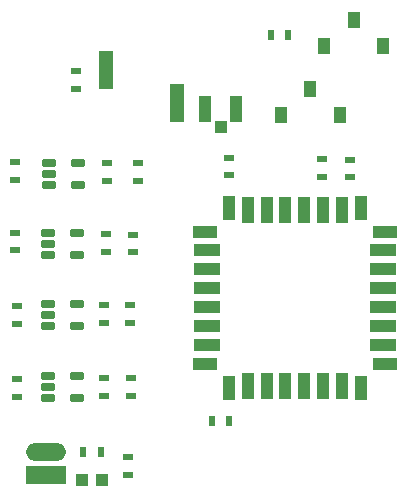
<source format=gbp>
G04*
G04 #@! TF.GenerationSoftware,Altium Limited,Altium Designer,22.7.1 (60)*
G04*
G04 Layer_Color=128*
%FSLAX44Y44*%
%MOMM*%
G71*
G04*
G04 #@! TF.SameCoordinates,445EDDF3-7DE9-4779-8E76-6141CBC7C01E*
G04*
G04*
G04 #@! TF.FilePolarity,Positive*
G04*
G01*
G75*
%ADD24R,0.6000X0.9000*%
%ADD25R,0.9000X0.6000*%
%ADD28R,1.0000X1.4000*%
%ADD71R,1.2700X3.3000*%
%ADD72R,1.0000X1.0500*%
%ADD73R,1.0500X2.2000*%
%ADD74R,3.4000X1.5000*%
G04:AMPARAMS|DCode=75|XSize=0.67mm|YSize=1.17mm|CornerRadius=0.0402mm|HoleSize=0mm|Usage=FLASHONLY|Rotation=90.000|XOffset=0mm|YOffset=0mm|HoleType=Round|Shape=RoundedRectangle|*
%AMROUNDEDRECTD75*
21,1,0.6700,1.0896,0,0,90.0*
21,1,0.5896,1.1700,0,0,90.0*
1,1,0.0804,0.5448,0.2948*
1,1,0.0804,0.5448,-0.2948*
1,1,0.0804,-0.5448,-0.2948*
1,1,0.0804,-0.5448,0.2948*
%
%ADD75ROUNDEDRECTD75*%
%ADD76R,1.0000X2.0000*%
%ADD77R,2.0000X1.0000*%
%ADD78R,2.3000X1.0000*%
%ADD79R,1.0000X2.3000*%
%ADD80O,3.4000X1.5000*%
%ADD81R,1.1000X1.0000*%
D24*
X271500Y493000D02*
D03*
X127500Y140000D02*
D03*
X286500Y493000D02*
D03*
X221500Y166000D02*
D03*
X236500D02*
D03*
X112500Y140000D02*
D03*
D25*
X153000Y202500D02*
D03*
Y187500D02*
D03*
X107000Y462500D02*
D03*
Y447500D02*
D03*
X151000Y135500D02*
D03*
X339000Y387500D02*
D03*
X315000Y388000D02*
D03*
X159000Y369500D02*
D03*
X133000D02*
D03*
X155000Y309000D02*
D03*
X132000Y309500D02*
D03*
X152000Y249500D02*
D03*
X130000D02*
D03*
Y187500D02*
D03*
X236000Y389000D02*
D03*
Y374000D02*
D03*
X315000Y373000D02*
D03*
X339000Y372500D02*
D03*
X155000Y324000D02*
D03*
X132000Y324500D02*
D03*
X152000Y264500D02*
D03*
X130000D02*
D03*
Y202500D02*
D03*
X159000Y384500D02*
D03*
X133000D02*
D03*
X55000Y370500D02*
D03*
Y385500D02*
D03*
Y310500D02*
D03*
Y325500D02*
D03*
X57000Y248500D02*
D03*
Y263500D02*
D03*
X57000Y186500D02*
D03*
Y201500D02*
D03*
X151000Y120500D02*
D03*
D28*
X317000Y484000D02*
D03*
X367000D02*
D03*
X342000Y506000D02*
D03*
X280000Y425000D02*
D03*
X330000D02*
D03*
X305000Y447000D02*
D03*
D71*
X132400Y462900D02*
D03*
X192000Y435000D02*
D03*
D72*
X229000Y414750D02*
D03*
D73*
X242250Y430000D02*
D03*
X215750D02*
D03*
D74*
X81000Y120000D02*
D03*
D75*
X83800Y375000D02*
D03*
X82800Y316000D02*
D03*
Y256000D02*
D03*
Y195000D02*
D03*
X108200Y384400D02*
D03*
X83800D02*
D03*
Y365600D02*
D03*
X108200D02*
D03*
X107200Y325400D02*
D03*
X82800D02*
D03*
Y306600D02*
D03*
X107200D02*
D03*
Y265400D02*
D03*
X82800D02*
D03*
Y246600D02*
D03*
X107200D02*
D03*
Y204400D02*
D03*
X82800D02*
D03*
Y185600D02*
D03*
X107200D02*
D03*
D76*
X236000Y346500D02*
D03*
X348000D02*
D03*
X236000Y194500D02*
D03*
X348000D02*
D03*
D77*
X216000Y326500D02*
D03*
Y214500D02*
D03*
X368000D02*
D03*
Y326500D02*
D03*
D78*
X217500Y294500D02*
D03*
Y230500D02*
D03*
X366500D02*
D03*
X217500Y310500D02*
D03*
Y278500D02*
D03*
Y262500D02*
D03*
Y246500D02*
D03*
X366500D02*
D03*
Y262500D02*
D03*
Y278500D02*
D03*
Y294500D02*
D03*
Y310500D02*
D03*
D79*
X268000Y196000D02*
D03*
X332000Y345000D02*
D03*
X316000D02*
D03*
X300000D02*
D03*
X284000D02*
D03*
X268000D02*
D03*
X252000D02*
D03*
Y196000D02*
D03*
X284000D02*
D03*
X300000D02*
D03*
X316000D02*
D03*
X332000D02*
D03*
D80*
X81000Y140000D02*
D03*
D81*
X128500Y116000D02*
D03*
X111500D02*
D03*
M02*

</source>
